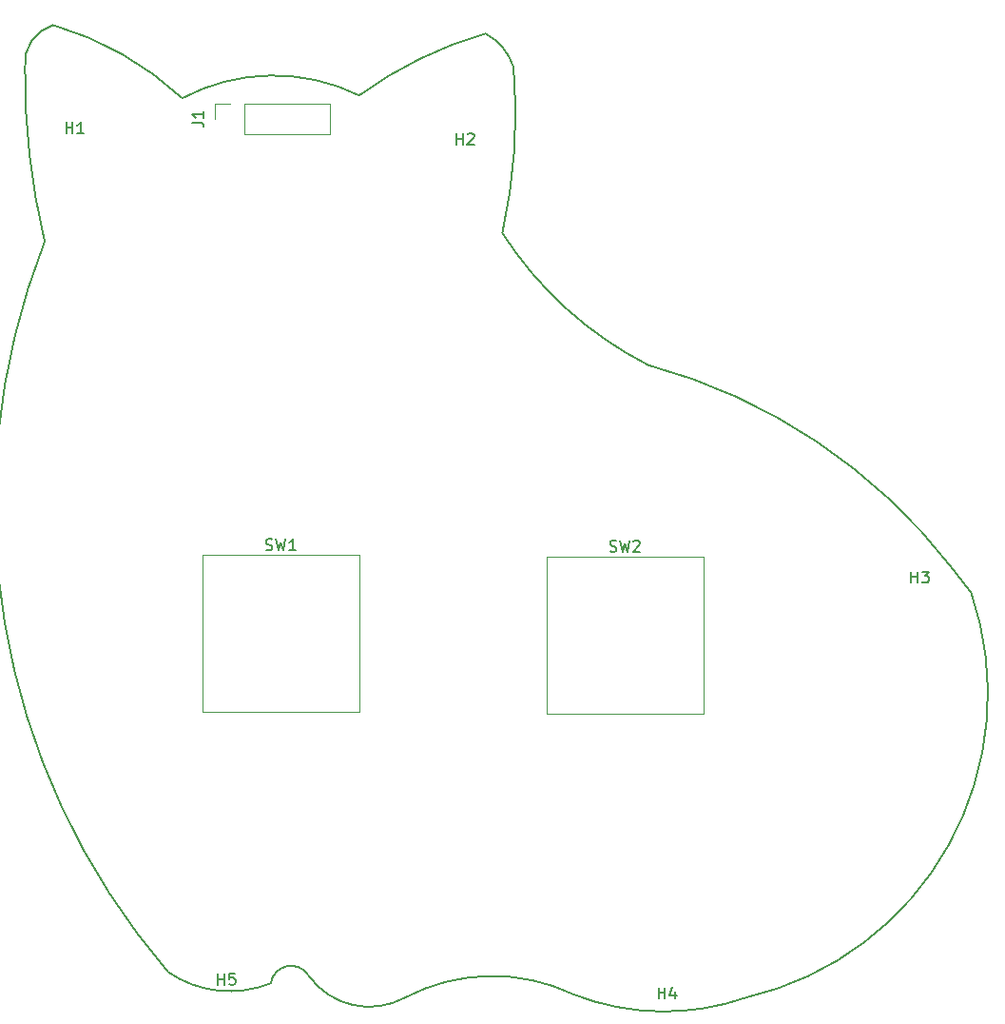
<source format=gbr>
%TF.GenerationSoftware,KiCad,Pcbnew,(6.0.9)*%
%TF.CreationDate,2022-12-22T23:35:39-05:00*%
%TF.ProjectId,Multipurpose_4Layer_Project,4d756c74-6970-4757-9270-6f73655f344c,rev?*%
%TF.SameCoordinates,Original*%
%TF.FileFunction,Legend,Top*%
%TF.FilePolarity,Positive*%
%FSLAX46Y46*%
G04 Gerber Fmt 4.6, Leading zero omitted, Abs format (unit mm)*
G04 Created by KiCad (PCBNEW (6.0.9)) date 2022-12-22 23:35:39*
%MOMM*%
%LPD*%
G01*
G04 APERTURE LIST*
%ADD10C,0.200000*%
%ADD11C,0.150000*%
%ADD12C,0.120000*%
G04 APERTURE END LIST*
D10*
X109580020Y-51330069D02*
G75*
G03*
X107080000Y-55080000I975880J-3358931D01*
G01*
X191330000Y-101830000D02*
G75*
G03*
X189580000Y-99580000I-28987400J-20740200D01*
G01*
X171330000Y-137830002D02*
G75*
G03*
X191330000Y-101830000I-6257350J27031862D01*
G01*
X136830000Y-57580000D02*
G75*
G03*
X121080000Y-57830000I-7629960J-15562560D01*
G01*
X189580000Y-99580000D02*
G75*
G03*
X162580000Y-81580000I-40253000J-31129500D01*
G01*
X148080002Y-52080007D02*
G75*
G03*
X136830000Y-57580000I10081898J-34877793D01*
G01*
X132329997Y-135892916D02*
G75*
G03*
X140949205Y-137830000I5393203J3853016D01*
G01*
X121079997Y-57830004D02*
G75*
G03*
X109580000Y-51330000I-19441497J-20973396D01*
G01*
X155949212Y-137579985D02*
G75*
G03*
X140949205Y-137830000I-7251012J-15063615D01*
G01*
X107079993Y-55080000D02*
G75*
G03*
X108830000Y-70580000I63380507J-692900D01*
G01*
X119830010Y-135579985D02*
G75*
G03*
X128949205Y-136580000I5494890J8028985D01*
G01*
X150579981Y-55080006D02*
G75*
G03*
X148080000Y-52080000I-4853981J-1503294D01*
G01*
X149579986Y-69830009D02*
G75*
G03*
X162580000Y-81580000I28238014J18175609D01*
G01*
X149579999Y-69830000D02*
G75*
G03*
X150580000Y-55080000I-47564299J10633600D01*
G01*
X132329970Y-135892932D02*
G75*
G03*
X128949205Y-136580000I-1562870J-970968D01*
G01*
X108829995Y-70579998D02*
G75*
G03*
X119830000Y-135580000I59374635J-23382752D01*
G01*
X155949214Y-137579976D02*
G75*
G03*
X171330000Y-137830000I8028286J20661276D01*
G01*
D11*
%TO.C,H2*%
X145488095Y-61952380D02*
X145488095Y-60952380D01*
X145488095Y-61428571D02*
X146059523Y-61428571D01*
X146059523Y-61952380D02*
X146059523Y-60952380D01*
X146488095Y-61047619D02*
X146535714Y-61000000D01*
X146630952Y-60952380D01*
X146869047Y-60952380D01*
X146964285Y-61000000D01*
X147011904Y-61047619D01*
X147059523Y-61142857D01*
X147059523Y-61238095D01*
X147011904Y-61380952D01*
X146440476Y-61952380D01*
X147059523Y-61952380D01*
%TO.C,SW2*%
X159166666Y-98130761D02*
X159309523Y-98178380D01*
X159547619Y-98178380D01*
X159642857Y-98130761D01*
X159690476Y-98083142D01*
X159738095Y-97987904D01*
X159738095Y-97892666D01*
X159690476Y-97797428D01*
X159642857Y-97749809D01*
X159547619Y-97702190D01*
X159357142Y-97654571D01*
X159261904Y-97606952D01*
X159214285Y-97559333D01*
X159166666Y-97464095D01*
X159166666Y-97368857D01*
X159214285Y-97273619D01*
X159261904Y-97226000D01*
X159357142Y-97178380D01*
X159595238Y-97178380D01*
X159738095Y-97226000D01*
X160071428Y-97178380D02*
X160309523Y-98178380D01*
X160500000Y-97464095D01*
X160690476Y-98178380D01*
X160928571Y-97178380D01*
X161261904Y-97273619D02*
X161309523Y-97226000D01*
X161404761Y-97178380D01*
X161642857Y-97178380D01*
X161738095Y-97226000D01*
X161785714Y-97273619D01*
X161833333Y-97368857D01*
X161833333Y-97464095D01*
X161785714Y-97606952D01*
X161214285Y-98178380D01*
X161833333Y-98178380D01*
%TO.C,H1*%
X110738095Y-60952380D02*
X110738095Y-59952380D01*
X110738095Y-60428571D02*
X111309523Y-60428571D01*
X111309523Y-60952380D02*
X111309523Y-59952380D01*
X112309523Y-60952380D02*
X111738095Y-60952380D01*
X112023809Y-60952380D02*
X112023809Y-59952380D01*
X111928571Y-60095238D01*
X111833333Y-60190476D01*
X111738095Y-60238095D01*
%TO.C,J1*%
X121982380Y-60008333D02*
X122696666Y-60008333D01*
X122839523Y-60055952D01*
X122934761Y-60151190D01*
X122982380Y-60294047D01*
X122982380Y-60389285D01*
X122982380Y-59008333D02*
X122982380Y-59579761D01*
X122982380Y-59294047D02*
X121982380Y-59294047D01*
X122125238Y-59389285D01*
X122220476Y-59484523D01*
X122268095Y-59579761D01*
%TO.C,SW1*%
X128526666Y-98010761D02*
X128669523Y-98058380D01*
X128907619Y-98058380D01*
X129002857Y-98010761D01*
X129050476Y-97963142D01*
X129098095Y-97867904D01*
X129098095Y-97772666D01*
X129050476Y-97677428D01*
X129002857Y-97629809D01*
X128907619Y-97582190D01*
X128717142Y-97534571D01*
X128621904Y-97486952D01*
X128574285Y-97439333D01*
X128526666Y-97344095D01*
X128526666Y-97248857D01*
X128574285Y-97153619D01*
X128621904Y-97106000D01*
X128717142Y-97058380D01*
X128955238Y-97058380D01*
X129098095Y-97106000D01*
X129431428Y-97058380D02*
X129669523Y-98058380D01*
X129860000Y-97344095D01*
X130050476Y-98058380D01*
X130288571Y-97058380D01*
X131193333Y-98058380D02*
X130621904Y-98058380D01*
X130907619Y-98058380D02*
X130907619Y-97058380D01*
X130812380Y-97201238D01*
X130717142Y-97296476D01*
X130621904Y-97344095D01*
%TO.C,H4*%
X163488095Y-137952380D02*
X163488095Y-136952380D01*
X163488095Y-137428571D02*
X164059523Y-137428571D01*
X164059523Y-137952380D02*
X164059523Y-136952380D01*
X164964285Y-137285714D02*
X164964285Y-137952380D01*
X164726190Y-136904761D02*
X164488095Y-137619047D01*
X165107142Y-137619047D01*
%TO.C,H5*%
X124238095Y-136702380D02*
X124238095Y-135702380D01*
X124238095Y-136178571D02*
X124809523Y-136178571D01*
X124809523Y-136702380D02*
X124809523Y-135702380D01*
X125761904Y-135702380D02*
X125285714Y-135702380D01*
X125238095Y-136178571D01*
X125285714Y-136130952D01*
X125380952Y-136083333D01*
X125619047Y-136083333D01*
X125714285Y-136130952D01*
X125761904Y-136178571D01*
X125809523Y-136273809D01*
X125809523Y-136511904D01*
X125761904Y-136607142D01*
X125714285Y-136654761D01*
X125619047Y-136702380D01*
X125380952Y-136702380D01*
X125285714Y-136654761D01*
X125238095Y-136607142D01*
%TO.C,H3*%
X185988095Y-100952380D02*
X185988095Y-99952380D01*
X185988095Y-100428571D02*
X186559523Y-100428571D01*
X186559523Y-100952380D02*
X186559523Y-99952380D01*
X186940476Y-99952380D02*
X187559523Y-99952380D01*
X187226190Y-100333333D01*
X187369047Y-100333333D01*
X187464285Y-100380952D01*
X187511904Y-100428571D01*
X187559523Y-100523809D01*
X187559523Y-100761904D01*
X187511904Y-100857142D01*
X187464285Y-100904761D01*
X187369047Y-100952380D01*
X187083333Y-100952380D01*
X186988095Y-100904761D01*
X186940476Y-100857142D01*
D12*
%TO.C,SW2*%
X167485000Y-98615000D02*
X167485000Y-112585000D01*
X167485000Y-112585000D02*
X153515000Y-112585000D01*
X153515000Y-98615000D02*
X167485000Y-98615000D01*
X153515000Y-112585000D02*
X153515000Y-98615000D01*
%TO.C,J1*%
X123970000Y-59675000D02*
X123970000Y-58345000D01*
X126570000Y-58345000D02*
X134250000Y-58345000D01*
X123970000Y-58345000D02*
X125300000Y-58345000D01*
X126570000Y-61005000D02*
X134250000Y-61005000D01*
X126570000Y-61005000D02*
X126570000Y-58345000D01*
X134250000Y-61005000D02*
X134250000Y-58345000D01*
%TO.C,SW1*%
X122875000Y-98495000D02*
X136845000Y-98495000D01*
X122875000Y-112465000D02*
X122875000Y-98495000D01*
X136845000Y-98495000D02*
X136845000Y-112465000D01*
X136845000Y-112465000D02*
X122875000Y-112465000D01*
%TD*%
M02*

</source>
